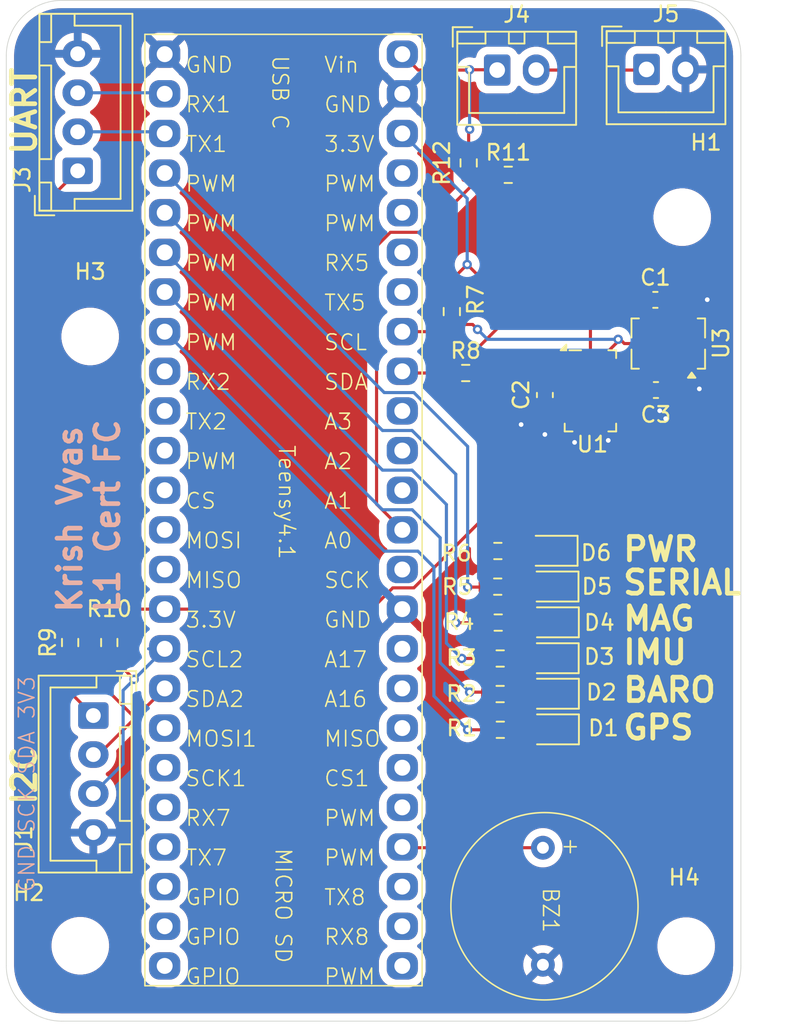
<source format=kicad_pcb>
(kicad_pcb (version 20241229) (generator "pcbnew") (generator_version "9.0")
  (layers (0 "F.Cu" signal) (2 "B.Cu" signal) (13 "F.Paste" user) (15 "B.Paste" user) (5 "F.SilkS" user "F.Silkscreen") (7 "B.SilkS" user "B.Silkscreen") (1 "F.Mask" user) (3 "B.Mask" user) (25 "Edge.Cuts" user))
  (net 0 "")
  (net 1 "GND")
  (net 2 "Net-(BZ1-+)")
  (net 3 "+3V3")
  (net 4 "Net-(D1-A)")
  (net 5 "Net-(D2-A)")
  (net 6 "Net-(D3-A)")
  (net 7 "Net-(D4-A)")
  (net 8 "Net-(D5-A)")
  (net 9 "Net-(D6-A)")
  (net 10 "/SCLK2")
  (net 11 "/SDA2")
  (net 12 "/RX")
  (net 13 "/TX")
  (net 14 "Net-(J4-Pin_2)")
  (net 15 "/VBAT")
  (net 16 "/GPS_LED")
  (net 17 "/BARO_LED")
  (net 18 "/IMU_LED")
  (net 19 "/MAG_LED")
  (net 20 "/SERIAL_LED")
  (net 21 "SCLK")
  (net 22 "SDA")
  (net 43 "unconnected-(Teensy4.1-A16-Pad40)")
  (net 55 "Net-(Teensy4.1-A0)")
  (footprint "Connector_JST:JST_XH_B2B-XH-A_1x02_P2.50mm_Vertical" (layer "F.Cu") (at 149.3412 52.3438)
    (property "Reference" "J4" (at 1.25 -3.55 0) (layer "F.SilkS"))
    (property "Value" "SW")
    (pad "1" thru_hole roundrect (at 0 0) (size 1.7 2) (drill 1) (layers "*.Cu" "*.Mask") (roundrect_rratio 0.147059) (net 15 "/VBAT"))
    (pad "2" thru_hole oval (at 2.5 0) (size 1.7 2) (drill 1) (layers "*.Cu" "*.Mask") (net 14 "Net-(J4-Pin_2)"))
  )
  (footprint "MountingHole:MountingHole_3.2mm_M3" (layer "F.Cu") (at 161.209 61.768)
    (property "Reference" "H1" (at 1.524 -4.785 0) (layer "F.SilkS"))
    (property "Value" "MountingHole")
    (pad "" np_thru_hole circle (at 0 0) (size 3.2 3.2) (drill 3.2) (layers "*.Cu" "*.Mask"))
  )
  (footprint "LED_SMD:LED_0805_2012Metric" (layer "F.Cu") (at 152.8979 94.588 180)
    (property "Reference" "D1" (at -3.256503 0.082154 0) (layer "F.SilkS"))
    (property "Value" "GPS")
    (pad "1" smd roundrect (at -0.9375 0 180) (size 0.975 1.4) (layers "F.Cu" "F.Mask" "F.Paste") (net 1 "GND"))
    (pad "2" smd roundrect (at 0.9375 0 180) (size 0.975 1.4) (layers "F.Cu" "F.Mask" "F.Paste") (net 4 "Net-(D1-A)"))
  )
  (footprint "Resistor_SMD:R_0603_1608Metric" (layer "F.Cu") (at 147.32 71.755)
    (property "Reference" "R8" (at 0 -1.43 0) (layer "F.SilkS"))
    (property "Value" "5k1")
    (pad "1" smd roundrect (at -0.825 0) (size 0.8 0.95) (layers "F.Cu" "F.Mask" "F.Paste") (net 22 "SDA"))
    (pad "2" smd roundrect (at 0.825 0) (size 0.8 0.95) (layers "F.Cu" "F.Mask" "F.Paste") (net 3 "+3V3"))
  )
  (footprint "Connector_JST:JST_XH_B4B-XH-A_1x04_P2.50mm_Vertical" (layer "F.Cu") (at 123.439 93.7029 -90)
    (property "Reference" "J1" (at 7.8971 4.44 90) (layer "F.SilkS"))
    (property "Value" "I2C")
    (pad "1" thru_hole roundrect (at 0 0 270) (size 1.7 1.95) (drill 0.95) (layers "*.Cu" "*.Mask") (roundrect_rratio 0.147059) (net 3 "+3V3"))
    (pad "2" thru_hole oval (at 2.5 0 270) (size 1.7 1.95) (drill 0.95) (layers "*.Cu" "*.Mask") (net 11 "/SDA2"))
    (pad "3" thru_hole oval (at 5 0 270) (size 1.7 1.95) (drill 0.95) (layers "*.Cu" "*.Mask") (net 10 "/SCLK2"))
    (pad "4" thru_hole oval (at 7.5 0 270) (size 1.7 1.95) (drill 0.95) (layers "*.Cu" "*.Mask") (net 1 "GND"))
  )
  (footprint "Resistor_SMD:R_0603_1608Metric" (layer "F.Cu") (at 149.533 90.0468)
    (property "Reference" "R3" (at -2.483071 -0.043694 0) (layer "F.SilkS"))
    (property "Value" "560")
    (pad "1" smd roundrect (at -0.825 0) (size 0.8 0.95) (layers "F.Cu" "F.Mask" "F.Paste") (net 18 "/IMU_LED"))
    (pad "2" smd roundrect (at 0.825 0) (size 0.8 0.95) (layers "F.Cu" "F.Mask" "F.Paste") (net 6 "Net-(D3-A)"))
  )
  (footprint "MountingHole:MountingHole_3.2mm_M3" (layer "F.Cu") (at 123.236 69.413)
    (property "Reference" "H3" (at 0 -4.15 0) (layer "F.SilkS"))
    (property "Value" "MountingHole")
    (pad "" np_thru_hole circle (at 0 0) (size 3.2 3.2) (drill 3.2) (layers "*.Cu" "*.Mask"))
  )
  (footprint "Capacitor_SMD:C_0603_1608Metric" (layer "F.Cu") (at 159.486 67.068)
    (property "Reference" "C1" (at 0 -1.43 0) (layer "F.SilkS"))
    (property "Value" "100 nF")
    (pad "1" smd roundrect (at -0.775 0) (size 0.9 0.95) (layers "F.Cu" "F.Mask" "F.Paste") (net 1 "GND"))
    (pad "2" smd roundrect (at 0.775 0) (size 0.9 0.95) (layers "F.Cu" "F.Mask" "F.Paste") (net 3 "+3V3"))
  )
  (footprint "Resistor_SMD:R_0603_1608Metric" (layer "F.Cu") (at 150.051 59.055)
    (property "Reference" "R11" (at 0 -1.43 0) (layer "F.SilkS"))
    (property "Value" "100k")
    (pad "1" smd roundrect (at -0.825 0) (size 0.8 0.95) (layers "F.Cu" "F.Mask" "F.Paste") (net 55 "Net-(Teensy4.1-A0)"))
    (pad "2" smd roundrect (at 0.825 0) (size 0.8 0.95) (layers "F.Cu" "F.Mask" "F.Paste") (net 1 "GND"))
  )
  (footprint "MountingHole:MountingHole_3.2mm_M3" (layer "F.Cu") (at 122.601 108.453)
    (property "Reference" "H2" (at -3.302 -3.388 0) (layer "F.SilkS"))
    (property "Value" "MountingHole")
    (pad "" np_thru_hole circle (at 0 0) (size 3.2 3.2) (drill 3.2) (layers "*.Cu" "*.Mask"))
  )
  (footprint "Resistor_SMD:R_0603_1608Metric" (layer "F.Cu") (at 149.3842 83.1584)
    (property "Reference" "R6" (at -2.658518 0.149362 0) (layer "F.SilkS"))
    (property "Value" "560")
    (pad "1" smd roundrect (at -0.825 0) (size 0.8 0.95) (layers "F.Cu" "F.Mask" "F.Paste") (net 3 "+3V3"))
    (pad "2" smd roundrect (at 0.825 0) (size 0.8 0.95) (layers "F.Cu" "F.Mask" "F.Paste") (net 9 "Net-(D6-A)"))
  )
  (footprint "MountingHole:MountingHole_3.2mm_M3" (layer "F.Cu") (at 161.463 108.478)
    (property "Reference" "H4" (at -0.127 -4.404 0) (layer "F.SilkS"))
    (property "Value" "MountingHole")
    (pad "" np_thru_hole circle (at 0 0) (size 3.2 3.2) (drill 3.2) (layers "*.Cu" "*.Mask"))
  )
  (footprint "Capacitor_SMD:C_0603_1608Metric" (layer "F.Cu") (at 159.524 72.845)
    (property "Reference" "C3" (at -0.012 1.577 0) (layer "F.SilkS"))
    (property "Value" "100 nF")
    (pad "1" smd roundrect (at -0.775 0) (size 0.9 0.95) (layers "F.Cu" "F.Mask" "F.Paste") (net 3 "+3V3"))
    (pad "2" smd roundrect (at 0.775 0) (size 0.9 0.95) (layers "F.Cu" "F.Mask" "F.Paste") (net 1 "GND"))
  )
  (footprint "LED_SMD:LED_0805_2012Metric" (layer "F.Cu") (at 152.8119 83.1443 180)
    (property "Reference" "D6" (at -2.875503 -0.131846 0) (layer "F.SilkS"))
    (property "Value" "PWR")
    (pad "1" smd roundrect (at -0.9375 0 180) (size 0.975 1.4) (layers "F.Cu" "F.Mask" "F.Paste") (net 1 "GND"))
    (pad "2" smd roundrect (at 0.9375 0 180) (size 0.975 1.4) (layers "F.Cu" "F.Mask" "F.Paste") (net 9 "Net-(D6-A)"))
  )
  (footprint "Teensy:Adafruit_Buzzer" (layer "F.Cu") (at 152.273 106.172 -90)
    (property "Reference" "BZ1" (at 0 -0.5 270) (layer "F.SilkS") (effects (font (thickness 0.1))))
    (property "Value" "Buzzer")
    (fp_text user "+" (at -4.75 -1.25 270) (layer "F.SilkS") (effects (font (thickness 0.1)) (justify left bottom)))
    (pad "1" thru_hole circle (at -4 0 270) (size 1.524 1.524) (drill 0.762) (layers "*.Cu" "*.Mask") (net 2 "Net-(BZ1-+)"))
    (pad "2" thru_hole circle (at 3.5 0 270) (size 1.524 1.524) (drill 0.762) (layers "*.Cu" "*.Mask") (net 1 "GND"))
  )
  (footprint "Capacitor_SMD:C_0603_1608Metric" (layer "F.Cu") (at 152.4 73.165 -90)
    (property "Reference" "C2" (at -0.013 1.524 90) (layer "F.SilkS"))
    (property "Value" "100 nF")
    (pad "1" smd roundrect (at -0.775 0 270) (size 0.9 0.95) (layers "F.Cu" "F.Mask" "F.Paste") (net 3 "+3V3"))
    (pad "2" smd roundrect (at 0.775 0 270) (size 0.9 0.95) (layers "F.Cu" "F.Mask" "F.Paste") (net 1 "GND"))
  )
  (footprint "Resistor_SMD:R_0603_1608Metric" (layer "F.Cu") (at 149.3755 85.4423)
    (property "Reference" "R5" (at -2.606609 0.010755 0) (layer "F.SilkS"))
    (property "Value" "560")
    (pad "1" smd roundrect (at -0.825 0) (size 0.8 0.95) (layers "F.Cu" "F.Mask" "F.Paste") (net 20 "/SERIAL_LED"))
    (pad "2" smd roundrect (at 0.825 0) (size 0.8 0.95) (layers "F.Cu" "F.Mask" "F.Paste") (net 8 "Net-(D5-A)"))
  )
  (footprint "Resistor_SMD:R_0603_1608Metric" (layer "F.Cu") (at 121.95 89.025 90)
    (property "Reference" "R9" (at 0 -1.43 90) (layer "F.SilkS"))
    (property "Value" "5k1")
    (pad "1" smd roundrect (at -0.825 0 90) (size 0.8 0.95) (layers "F.Cu" "F.Mask" "F.Paste") (net 11 "/SDA2"))
    (pad "2" smd roundrect (at 0.825 0 90) (size 0.8 0.95) (layers "F.Cu" "F.Mask" "F.Paste") (net 3 "+3V3"))
  )
  (footprint "Resistor_SMD:R_0603_1608Metric" (layer "F.Cu") (at 149.542 94.615)
    (property "Reference" "R1" (at -2.476 -0.104 0) (layer "F.SilkS"))
    (property "Value" "560")
    (pad "1" smd roundrect (at -0.825 0) (size 0.8 0.95) (layers "F.Cu" "F.Mask" "F.Paste") (net 16 "/GPS_LED"))
    (pad "2" smd roundrect (at 0.825 0) (size 0.8 0.95) (layers "F.Cu" "F.Mask" "F.Paste") (net 4 "Net-(D1-A)"))
  )
  (footprint "Resistor_SMD:R_0603_1608Metric" (layer "F.Cu") (at 149.5303 92.325)
    (property "Reference" "R2" (at -2.481312 -0.018234 0) (layer "F.SilkS"))
    (property "Value" "560")
    (pad "1" smd roundrect (at -0.825 0) (size 0.8 0.95) (layers "F.Cu" "F.Mask" "F.Paste") (net 17 "/BARO_LED"))
    (pad "2" smd roundrect (at 0.825 0) (size 0.8 0.95) (layers "F.Cu" "F.Mask" "F.Paste") (net 5 "Net-(D2-A)"))
  )
  (footprint "Resistor_SMD:R_0603_1608Metric" (layer "F.Cu") (at 149.406 87.7459)
    (property "Reference" "R4" (at -2.505654 -0.046146 0) (layer "F.SilkS"))
    (property "Value" "560")
    (pad "1" smd roundrect (at -0.825 0) (size 0.8 0.95) (layers "F.Cu" "F.Mask" "F.Paste") (net 19 "/MAG_LED"))
    (pad "2" smd roundrect (at 0.825 0) (size 0.8 0.95) (layers "F.Cu" "F.Mask" "F.Paste") (net 7 "Net-(D4-A)"))
  )
  (footprint "Resistor_SMD:R_0603_1608Metric" (layer "F.Cu") (at 124.46 89.025 90)
    (property "Reference" "R10" (at 2.157 0 180) (layer "F.SilkS"))
    (property "Value" "5k1")
    (pad "1" smd roundrect (at -0.825 0 90) (size 0.8 0.95) (layers "F.Cu" "F.Mask" "F.Paste") (net 10 "/SCLK2"))
    (pad "2" smd roundrect (at 0.825 0 90) (size 0.8 0.95) (layers "F.Cu" "F.Mask" "F.Paste") (net 3 "+3V3"))
  )
  (footprint "Teensy:teensy" (layer "F.Cu") (at 135.635 80.535)
    (property "Reference" "Teensy4.1" (at 0.2 -0.5 270) (layer "F.SilkS") (effects (font (thickness 0.1))))
    (property "Value" "~" (hide yes))
    (fp_text user "TX7" (at -6.35 22.86 0) (layer "F.SilkS") (effects (font (thickness 0.1)) (justify left bottom)))
    (fp_text user "MOSI1" (at -6.35 15.24 0) (layer "F.SilkS") (effects (font (thickness 0.1)) (justify left bottom)))
    (fp_text user "SCK1" (at -6.35 17.78 0) (layer "F.SilkS") (effects (font (thickness 0.1)) (justify left bottom)))
    (fp_text user "SCL" (at 2.54 -10.16 0) (layer "F.SilkS") (effects (font (thickness 0.1)) (justify left bottom)))
    (fp_text user "MISO" (at 2.54 15.24 0) (layer "F.SilkS") (effects (font (thickness 0.1)) (justify left bottom)))
    (fp_text user "PWM" (at 2.54 -17.78 0) (layer "F.SilkS") (effects (font (thickness 0.1)) (justify left bottom)))
    (fp_text user "MOSI" (at -6.35 2.54 0) (layer "F.SilkS") (effects (font (thickness 0.1)) (justify left bottom)))
    (fp_text user "3.3V" (at 2.54 -22.86 0) (layer "F.SilkS") (effects (font (thickness 0.1)) (justify left bottom)))
    (fp_text user "CS" (at -6.35 0 0) (layer "F.SilkS") (effects (font (thickness 0.1)) (justify left bottom)))
    (fp_text user "TX5" (at 2.54 -12.7 0) (layer "F.SilkS") (effects (font (thickness 0.1)) (justify left bottom)))
    (fp_text user "TX1" (at -6.35 -22.86 0) (layer "F.SilkS") (effects (font (thickness 0.1)) (justify left bottom)))
    (fp_text user "SCK" (at 2.54 5.08 0) (layer "F.SilkS") (effects (font (thickness 0.1)) (justify left bottom)))
    (fp_text user "CS1" (at 2.54 17.78 0) (layer "F.SilkS") (effects (font (thickness 0.1)) (justify left bottom)))
    (fp_text user "GPIO" (at -6.35 25.4 0) (layer "F.SilkS") (effects (font (thickness 0.1)) (justify left bottom)))
    (fp_text user "A0" (at 2.54 2.54 0) (layer "F.SilkS") (effects (font (thickness 0.1)) (justify left bottom)))
    (fp_text user "SDA" (at 2.54 -7.62 0) (layer "F.SilkS") (effects (font (thickness 0.1)) (justify left bottom)))
    (fp_text user "PWM" (at -6.35 -20.32 0) (layer "F.SilkS") (effects (font (thickness 0.1)) (justify left bottom)))
    (fp_text user "SDA2" (at -6.35 12.7 0) (layer "F.SilkS") (effects (font (thickness 0.1)) (justify left bottom)))
    (fp_text user "RX8" (at 2.54 27.94 0) (layer "F.SilkS") (effects (font (thickness 0.1)) (justify left bottom)))
    (fp_text user "SCL2" (at -6.35 10.16 0) (layer "F.SilkS") (effects (font (thickness 0.1)) (justify left bottom)))
    (fp_text user "A3" (at 2.54 -5.08 0) (layer "F.SilkS") (effects (font (thickness 0.1)) (justify left bottom)))
    (fp_text user "PWM" (at -6.35 -12.7 0) (layer "F.SilkS") (effects (font (thickness 0.1)) (justify left bottom)))
    (fp_text user "PWM" (at 2.54 30.48 0) (layer "F.SilkS") (effects (font (thickness 0.1)) (justify left bottom)))
    (fp_text user "GPIO" (at -6.35 30.48 0) (layer "F.SilkS") (effects (font (thickness 0.1)) (justify left bottom)))
    (fp_text user "A1" (at 2.54 0 0) (layer "F.SilkS") (effects (font (thickness 0.1)) (justify left bottom)))
    (fp_text user "RX1" (at -6.35 -25.4 0) (layer "F.SilkS") (effects (font (thickness 0.1)) (justify left bottom)))
    (fp_text user "PWM" (at -6.35 -10.16 0) (layer "F.SilkS") (effects (font (thickness 0.1)) (justify left bottom)))
    (fp_text user "MICRO SD" (at -0.6 21.59 270) (layer "F.SilkS") (effects (font (thickness 0.1)) (justify left bottom)))
    (fp_text user "GND" (at 2.54 -25.4 0) (layer "F.SilkS") (effects (font (thickness 0.1)) (justify left bottom)))
    (fp_text user "GND" (at 2.54 7.62 0) (layer "F.SilkS") (effects (font (thickness 0.1)) (justify left bottom)))
    (fp_text user "GND" (at -6.35 -27.94 0) (layer "F.SilkS") (effects (font (thickness 0.1)) (justify left bottom)))
    (fp_text user "RX2" (at -6.35 -7.62 0) (layer "F.SilkS") (effects (font (thickness 0.1)) (justify left bottom)))
    (fp_text user "A16" (at 2.54 12.7 0) (layer "F.SilkS") (effects (font (thickness 0.1)) (justify left bottom)))
    (fp_text user "RX7" (at -6.35 20.32 0) (layer "F.SilkS") (effects (font (thickness 0.1)) (justify left bottom)))
    (fp_text user "PWM" (at 2.54 22.86 0) (layer "F.SilkS") (effects (font (thickness 0.1)) (justify left bottom)))
    (fp_text user "Vin" (at 2.54 -27.94 0) (layer "F.SilkS") (effects (font (thickness 0.1)) (justify left bottom)))
    (fp_text user "PWM" (at 2.54 -20.32 0) (layer "F.SilkS") (effects (font (thickness 0.1)) (justify left bottom)))
    (fp_text user "A17" (at 2.54 10.16 0) (layer "F.SilkS") (effects (font (thickness 0.1)) (justify left bottom)))
    (fp_text user "PWM" (at -6.35 -15.24 0) (layer "F.SilkS") (effects (font (thickness 0.1)) (justify left bottom)))
    (fp_text user "GPIO" (at -6.35 27.94 0) (layer "F.SilkS") (effects (font (thickness 0.1)) (justify left bottom)))
    (fp_text user "A2" (at 2.54 -2.54 0) (layer "F.SilkS") (effects (font (thickness 0.1)) (justify left bottom)))
    (fp_text user "PWM" (at -6.35 -2.54 0) (layer "F.SilkS") (effects (font (thickness 0.1)) (justify left bottom)))
    (fp_text user "TX8" (at 2.54 25.4 0) (layer "F.SilkS") (effects (font (thickness 0.1)) (justify left bottom)))
    (fp_text user "PWM" (at 2.54 20.32 0) (layer "F.SilkS") (effects (font (thickness 0.1)) (justify left bottom)))
    (fp_text user "USB C" (at -0.8 -29.2 270) (layer "F.SilkS") (effects (font (thickness 0.1)) (justify left bottom)))
    (fp_text user "PWM" (at -6.35 -17.78 0) (layer "F.SilkS") (effects (font (thickness 0.1)) (justify left bottom)))
    (fp_text user "RX5" (at 2.54 -15.24 0) (layer "F.SilkS") (effects (font (thickness 0.1)) (justify left bottom)))
    (fp_text user "TX2" (at -6.35 -5.08 0) (layer "F.SilkS") (effects (font (thickness 0.1)) (justify left bottom)))
    (fp_text user "MISO" (at -6.35 5.08 0) (layer "F.SilkS") (effects (font (thickness 0.1)) (justify left bottom)))
    (fp_text user "3.3V" (at -6.35 7.62 0) (layer "F.SilkS") (effects (font (thickness 0.1)) (justify left bottom)))
    (pad "0" thru_hole roundrect (at -7.62 -26.67) (size 2 1.75) (drill 1.02) (layers "*.Cu" "*.Mask") (roundrect_rratio 0.375) (net 12 "/RX"))
    (pad "1" thru_hole roundrect (at -7.62 -24.13) (size 2 1.75) (drill 1.02) (layers "*.Cu" "*.Mask") (roundrect_rratio 0.375) (net 13 "/TX"))
    (pad "2" thru_hole roundrect (at -7.62 -21.59) (size 2 1.75) (drill 1.02) (layers "*.Cu" "*.Mask") (roundrect_rratio 0.375) (net 20 "/SERIAL_LED"))
    (pad "3" thru_hole roundrect (at -7.62 -19.05) (size 2 1.75) (drill 1.02) (layers "*.Cu" "*.Mask") (roundrect_rratio 0.375) (net 19 "/MAG_LED"))
    (pad "3V" thru_hole roundrect (at -7.62 6.35) (size 2 1.75) (drill 1.02) (layers "*.Cu" "*.Mask") (roundrect_rratio 0.375) (net 3 "+3V3"))
    (pad "3V1" thru_hole roundrect (at 7.62 -24.13) (size 2 1.75) (drill 1.02) (layers "*.Cu" "*.Mask") (roundrect_rratio 0.375) (net 3 "+3V3"))
    (pad "4" thru_hole roundrect (at -7.62 -16.51) (size 2 1.75) (drill 1.02) (layers "*.Cu" "*.Mask") (roundrect_rratio 0.375) (net 18 "/IMU_LED"))
    (pad "5" thru_hole roundrect (at -7.62 -13.97) (size 2 1.75) (drill 1.02) (layers "*.Cu" "*.Mask") (roundrect_rratio 0.375) (net 17 "/BARO_LED"))
    (pad "5V" thru_hole roundrect (at 7.62 -29.21) (size 2 1.75) (drill 1.02) (layers "*.Cu" "*.Mask") (roundrect_rratio 0.375) (net 15 "/VBAT"))
    (pad "6" thru_hole roundrect (at -7.62 -11.43) (size 2 1.75) (drill 1.02) (layers "*.Cu" "*.Mask") (roundrect_rratio 0.375) (net 16 "/GPS_LED"))
    (pad "7" thru_hole roundrect (at -7.62 -8.89) (size 2 1.75) (drill 1.02) (layers "*.Cu" "*.Mask") (roundrect_rratio 0.375))
    (pad "8" thru_hole roundrect (at -7.62 -6.35) (size 2 1.75) (drill 1.02) (layers "*.Cu" "*.Mask") (roundrect_rratio 0.375))
    (pad "9" thru_hole roundrect (at -7.62 -3.81) (size 2 1.75) (drill 1.02) (layers "*.Cu" "*.Mask") (roundrect_rratio 0.375))
    (pad "10" thru_hole roundrect (at -7.62 -1.27) (size 2 1.75) (drill 1.02) (layers "*.Cu" "*.Mask") (roundrect_rratio 0.375))
    (pad "11" thru_hole roundrect (at -7.62 1.27) (size 2 1.75) (drill 1.02) (layers "*.Cu" "*.Mask") (roundrect_rratio 0.375))
    (pad "12" thru_hole roundrect (at -7.62 3.81) (size 2 1.75) (drill 1.02) (layers "*.Cu" "*.Mask") (roundrect_rratio 0.375))
    (pad "13" thru_hole roundrect (at 7.62 3.81) (size 2 1.75) (drill 1.02) (layers "*.Cu" "*.Mask") (roundrect_rratio 0.375))
    (pad "14" thru_hole roundrect (at 7.62 1.27) (size 2 1.75) (drill 1.02) (layers "*.Cu" "*.Mask") (roundrect_rratio 0.375) (net 55 "Net-(Teensy4.1-A0)"))
    (pad "15" thru_hole roundrect (at 7.62 -1.27) (size 2 1.75) (drill 1.02) (layers "*.Cu" "*.Mask") (roundrect_rratio 0.375))
    (pad "16" thru_hole roundrect (at 7.62 -3.81) (size 2 1.75) (drill 1.02) (layers "*.Cu" "*.Mask") (roundrect_rratio 0.375))
    (pad "17" thru_hole roundrect (at 7.62 -6.35) (size 2 1.75) (drill 1.02) (layers "*.Cu" "*.Mask") (roundrect_rratio 0.375))
    (pad "18" thru_hole roundrect (at 7.62 -8.89) (size 2 1.75) (drill 1.02) (layers "*.Cu" "*.Mask") (roundrect_rratio 0.375) (net 22 "SDA"))
    (pad "19" thru_hole roundrect (at 7.62 -11.43) (size 2 1.75) (drill 1.02) (layers "*.Cu" "*.Mask") (roundrect_rratio 0.375) (net 21 "SCLK"))
    (pad "20" thru_hole roundrect (at 7.62 -13.97) (size 2 1.75) (drill 1.02) (layers "*.Cu" "*.Mask") (roundrect_rratio 0.375))
    (pad "21" thru_hole roundrect (at 7.62 -16.51) (size 2 1.75) (drill 1.02) (layers "*.Cu" "*.Mask") (roundrect_rratio 0.375))
    (pad "22" thru_hole roundrect (at 7.62 -19.05) (size 2 1.75) (drill 1.02) (layers "*.Cu" "*.Mask") (roundrect_rratio 0.375))
    (pad "23" thru_hole roundrect (at 7.62 -21.59) (size 2 1.75) (drill 1.02) (layers "*.Cu" "*.Mask") (roundrect_rratio 0.375))
    (pad "24" thru_hole roundrect (at -7.62 8.89) (size 2 1.75) (drill 1.02) (layers "*.Cu" "*.Mask") (roundrect_rratio 0.375) (net 10 "/SCLK2"))
    (pad "25" thru_hole roundrect (at -7.62 11.43) (size 2 1.75) (drill 1.02) (layers "*.Cu" "*.Mask") (roundrect_rratio 0.375) (net 11 "/SDA2"))
    (pad "26" thru_hole roundrect (at -7.62 13.97) (size 2 1.75) (drill 1.02) (layers "*.Cu" "*.Mask") (roundrect_rratio 0.375))
    (pad "27" thru_hole roundrect (at -7.62 16.51) (size 2 1.75) (drill 1.02) (layers "*.Cu" "*.Mask") (roundrect_rratio 0.375))
    (pad "28" thru_hole roundrect (at -7.62 19.05) (size 2 1.75) (drill 1.02) (layers "*.Cu" "*.Mask") (roundrect_rratio 0.375))
    (pad "29" thru_hole roundrect (at -7.62 21.59) (size 2 1.75) (drill 1.02) (layers "*.Cu" "*.Mask") (roundrect_rratio 0.375))
    (pad "30" thru_hole roundrect (at -7.62 24.13) (size 2 1.75) (drill 1.02) (layers "*.Cu" "*.Mask") (roundrect_rratio 0.375))
    (pad "31" thru_hole roundrect (at -7.62 26.67) (size 2 1.75) (drill 1.02) (layers "*.Cu" "*.Mask") (roundrect_rratio 0.375))
    (pad "32" thru_hole roundrect (at -7.62 29.21) (size 2 1.75) (drill 1.02) (layers "*.Cu" "*.Mask") (roundrect_rratio 0.375))
    (pad "33" thru_hole roundrect (at 7.62 29.21) (size 2 1.75) (drill 1.02) (layers "*.Cu" "*.Mask") (roundrect_rratio 0.375))
    (pad "34" thru_hole roundrect (at 7.62 26.67) (size 2 1.75) (drill 1.02) (layers "*.Cu" "*.Mask") (roundrect_rratio 0.375))
    (pad "35" thru_hole roundrect (at 7.62 24.13) (size 2 1.75) (drill 1.02) (layers "*.Cu" "*.Mask") (roundrect_rratio 0.375))
    (pad "36" thru_hole roundrect (at 7.62 21.59) (size 2 1.75) (drill 1.02) (layers "*.Cu" "*.Mask") (roundrect_rratio 0.375) (net 2 "Net-(BZ1-+)"))
    (pad "37" thru_hole roundrect (at 7.62 19.05) (size 2 1.75) (drill 1.02) (layers "*.Cu" "*.Mask") (roundrect_rratio 0.375))
    (pad "38" thru_hole roundrect (at 7.62 16.51) (size 2 1.75) (drill 1.02) (layers "*.Cu" "*.Mask") (roundrect_rratio 0.375))
    (pad "39" thru_hole roundrect (at 7.62 13.97) (size 2 1.75) (drill 1.02) (layers "*.Cu" "*.Mask") (roundrect_rratio 0.375))
    (pad "40" thru_hole roundrect (at 7.62 11.43) (size 2 1.75) (drill 1.02) (layers "*.Cu" "*.Mask") (roundrect_rratio 0.375) (net 43 "unconnected-(Teensy4.1-A16-Pad40)"))
    (pad "41" thru_hole roundrect (at 7.62 8.89) (size 2 1.75) (drill 1.02) (layers "*.Cu" "*.Mask") (roundrect_rratio 0.375))
    (pad "G" thru_hole roundrect (at -7.62 -29.21) (size 2 1.75) (drill 1.02) (layers "*.Cu" "*.Mask") (roundrect_rratio 0.375) (net 1 "GND"))
    (pad "G1" thru_hole roundrect (at 7.62 -26.67) (size 2 1.75) (drill 1.02) (layers "*.Cu" "*.Mask") (roundrect_rratio 0.375) (net 1 "GND"))
    (pad "G2" thru_hole roundrect (at 7.62 6.35) (size 2 1.75) (drill 1.02) (layers "*.Cu" "*.Mask") (roundrect_rratio 0.375) (net 1 "GND"))
  )
  (footprint "LED_SMD:LED_0805_2012Metric" (layer "F.Cu") (at 152.8918 87.7295 180)
    (property "Reference" "D4" (at -3.002503 -0.020846 0) (layer "F.SilkS"))
    (property "Value" "MAG")
    (pad "1" smd roundrect (at -0.9375 0 180) (size 0.975 1.4) (layers "F.Cu" "F.Mask" "F.Paste") (net 1 "GND"))
    (pad "2" smd roundrect (at 0.9375 0 180) (size 0.975 1.4) (layers "F.Cu" "F.Mask" "F.Paste") (net 7 "Net-(D4-A)"))
  )
  (footprint "Connector_JST:JST_XH_B4B-XH-A_1x04_P2.50mm_Vertical" (layer "F.Cu") (at 122.436 58.799 90)
    (property "Reference" "J3" (at -0.568 -3.55 90) (layer "F.SilkS"))
    (property "Value" "UART")
    (pad "1" thru_hole roundrect (at 0 0 90) (size 1.7 1.95) (drill 0.95) (layers "*.Cu" "*.Mask") (roundrect_rratio 0.147059) (net 3 "+3V3"))
    (pad "2" thru_hole oval (at 2.5 0 90) (size 1.7 1.95) (drill 0.95) (layers "*.Cu" "*.Mask") (net 13 "/TX"))
    (pad "3" thru_hole oval (at 5 0 90) (size 1.7 1.95) (drill 0.95) (layers "*.Cu" "*.Mask") (net 12 "/RX"))
    (pad "4" thru_hole oval (at 7.5 0 90) (size 1.7 1.95) (drill 0.95) (layers "*.Cu" "*.Mask") (net 1 "GND"))
  )
  (footprint "LED_SMD:LED_0805_2012Metric" (layer "F.Cu") (at 152.8831 90.0293 180)
    (property "Reference" "D3" (at -3.002503 0.098154 0) (layer "F.SilkS"))
    (property "Value" "IMU")
    (pad "1" smd roundrect (at -0.9375 0 180) (size 0.975 1.4) (layers "F.Cu" "F.Mask" "F.Paste") (net 1 "GND"))
    (pad "2" smd roundrect (at 0.9375 0 180) (size 0.975 1.4) (layers "F.Cu" "F.Mask" "F.Paste") (net 6 "Net-(D3-A)"))
  )
  (footprint "Package_LGA:LGA-8_3x5mm_P1.25mm" (layer "F.Cu") (at 155.321 72.898)
    (property "Reference" "U1" (at 0.127 3.429 180) (layer "F.SilkS"))
    (property "Value" "MS5611-01BA")
    (pad "1" smd rect (at -1.075 -1.875) (size 0.95 0.55) (layers "F.Cu" "F.Mask" "F.Paste") (net 3 "+3V3"))
    (pad "2" smd rect (at -1.075 -0.625) (size 0.95 0.55) (layers "F.Cu" "F.Mask" "F.Paste") (net 3 "+3V3"))
    (pad "3" smd rect (at -1.075 0.625) (size 0.95 0.55) (layers "F.Cu" "F.Mask" "F.Paste") (net 1 "GND"))
    (pad "4" smd rect (at -1.075 1.875) (size 0.95 0.55) (layers "F.Cu" "F.Mask" "F.Paste") (net 1 "GND"))
    (pad "5" smd rect (at 1.075 1.875) (size 0.95 0.55) (layers "F.Cu" "F.Mask" "F.Paste") (net 1 "GND"))
    (pad "6" smd rect (at 1.075 0.625) (size 0.95 0.55) (layers "F.Cu" "F.Mask" "F.Paste"))
    (pad "7" smd rect (at 1.075 -0.625) (size 0.95 0.55) (layers "F.Cu" "F.Mask" "F.Paste") (net 22 "SDA"))
    (pad "8" smd rect (at 1.075 -1.875) (size 0.95 0.55) (layers "F.Cu" "F.Mask" "F.Paste") (net 21 "SCLK"))
  )
  (footprint "LED_SMD:LED_0805_2012Metric" (layer "F.Cu") (at 152.8949 92.3043 180)
    (property "Reference" "D2" (at -3.129503 0.090154 0) (layer "F.SilkS"))
    (property "Value" "BARO")
    (pad "1" smd roundrect (at -0.9375 0 180) (size 0.975 1.4) (layers "F.Cu" "F.Mask" "F.Paste") (net 1 "GND"))
    (pad "2" smd roundrect (at 0.9375 0 180) (size 0.975 1.4) (layers "F.Cu" "F.Mask" "F.Paste") (net 5 "Net-(D2-A)"))
  )
  (footprint "Package_LGA:Bosch_LGA-16_4.5x3mm_P0.5mm_LayoutBorder7x1y_ClockwisePinNumbering" (layer "F.Cu") (at 160.314 69.8675 180)
    (property "Reference" "U3" (at -3.389 0.0175 90) (layer "F.SilkS"))
    (property "Value" "BMI088")
    (pad "1" smd roundrect (at -1.5 -1.2625 180) (size 0.25 0.675) (layers "F.Cu" "F.Mask" "F.Paste"))
    (pad "2" smd roundrect (at -1 -1.2625 180) (size 0.25 0.675) (layers "F.Cu" "F.Mask" "F.Paste") (net 1 "GND"))
    (pad "3" smd roundrect (at -0.5 -1.2625 180) (size 0.25 0.675) (layers "F.Cu" "F.Mask" "F.Paste") (net 3 "+3V3"))
    (pad "4" smd roundrect (at 0 -1.2625 180) (size 0.25 0.675) (layers "F.Cu" "F.Mask" "F.Paste") (net 1 "GND"))
    (pad "5" smd roundrect (at 0.5 -1.2625 180) (size 0.25 0.675) (layers "F.Cu" "F.Mask" "F.Paste"))
    (pad "6" smd roundrect (at 1 -1.2625 180) (size 0.25 0.675) (layers "F.Cu" "F.Mask" "F.Paste") (net 1 "GND"))
    (pad "7" smd roundrect (at 1.5 -1.2625 180) (size 0.25 0.675) (layers "F.Cu" "F.Mask" "F.Paste") (net 3 "+3V3"))
    (pad "8" smd roundrect (at 2.0125 0 180) (size 0.675 0.25) (layers "F.Cu" "F.Mask" "F.Paste") (net 21 "SCLK"))
    (pad "9" smd roundrect (at 1.5 1.2625 180) (size 0.25 0.675) (layers "F.Cu" "F.Mask" "F.Paste") (net 22 "SDA"))
    (pad "10" smd roundrect (at 1 1.2625 180) (size 0.25 0.675) (layers "F.Cu" "F.Mask" "F.Paste") (net 1 "GND"))
    (pad "11" smd roundrect (at 0.5 1.2625 180) (size 0.25 0.675) (layers "F.Cu" "F.Mask" "F.Paste") (net 3 "+3V3"))
    (pad "12" smd roundrect (at 0 1.2625 180) (size 0.25 0.675) (layers "F.Cu" "F.Mask" "F.Paste"))
    (pad "13" smd roundrect (at -0.5 1.2625 180) (size 0.25 0.675) (layers "F.Cu" "F.Mask" "F.Paste"))
    (pad "14" smd roundrect (at -1 1.2625 180) (size 0.25 0.675) (layers "F.Cu" "F.Mask" "F.Paste"))
    (pad "15" smd roundrect (at -1.5 1.2625 180) (size 0.25 0.675) (layers "F.Cu" "F.Mask" "F.Paste") (net 1 "GND"))
    (pad "16" smd roundrect (at -2.0125 0 180) (size 0.675 0.25) (layers "F.Cu" "F.Mask" "F.Paste"))
    (zone (net 0) (net_name "") (layer "F.Cu") (name "Keepout") (connect_pads (clearance 0)) (min_thickness 0.25)
      (keepout (tracks not_allowed) (vias not_allowed) (pads allowed) (copperpour not_allowed) (footprints allowed))
      (fill (thermal_gap 0.5) (thermal_bridge_width 0.5))
      (polygon (pts (xy 161.989 70.7925) (xy 158.639 70.7925) (xy 158.639 68.9425) (xy 161.989 68.9425)))
    )
  )
  (footprint "LED_SMD:LED_0805_2012Metric" (layer "F.Cu") (at 152.8701 85.4349 180)
    (property "Reference" "D5" (at -2.869117 -0.001511 0) (layer "F.SilkS"))
    (property "Value" "SRL")
    (pad "1" smd roundrect (at -0.9375 0 180) (size 0.975 1.4) (layers "F.Cu" "F.Mask" "F.Paste") (net 1 "GND"))
    (pad "2" smd roundrect (at 0.9375 0 180) (size 0.975 1.4) (layers "F.Cu" "F.Mask" "F.Paste") (net 8 "Net-(D5-A)"))
  )
  (footprint "Resistor_SMD:R_0603_1608Metric" (layer "F.Cu") (at 146.431 67.818 90)
    (property "Reference" "R7" (at 0.762 1.524 90) (layer "F.SilkS"))
    (property "Value" "5k1")
    (pad "1" smd roundrect (at -0.825 0 90) (size 0.8 0.95) (layers "F.Cu" "F.Mask" "F.Paste") (net 21 "SCLK"))
    (pad "2" smd roundrect (at 0.825 0 90) (size 0.8 0.95) (layers "F.Cu" "F.Mask" "F.Paste") (net 3 "+3V3"))
  )
  (footprint "Connector_JST:JST_XH_B2B-XH-A_1x02_P2.50mm_Vertical" (layer "F.Cu") (at 158.9187 52.3024)
    (property "Reference" "J5" (at 1.25 -3.55 0) (layer "F.SilkS"))
    (property "Value" "BAT")
    (pad "1" thru_hole roundrect (at 0 0) (size 1.7 2) (drill 1) (layers "*.Cu" "*.Mask") (roundrect_rratio 0.147059) (net 14 "Net-(J4-Pin_2)"))
    (pad "2" thru_hole oval (at 2.5 0) (size 1.7 2) (drill 1) (layers "*.Cu" "*.Mask") (net 1 "GND"))
  )
  (footprint "Resistor_SMD:R_0603_1608Metric" (layer "F.Cu") (at 147.511 58.293 90)
    (property "Reference" "R12" (at 0 -1.715 90) (layer "F.SilkS"))
    (property "Value" "78k7")
    (pad "1" smd roundrect (at -0.825 0 90) (size 0.8 0.95) (layers "F.Cu" "F.Mask" "F.Paste") (net 55 "Net-(Teensy4.1-A0)"))
    (pad "2" smd roundrect (at 0.825 0 90) (size 0.8 0.95) (layers "F.Cu" "F.Mask" "F.Paste") (net 15 "/VBAT"))
  )
  (gr_line (start 161.417 113.284) (end 121.412 113.284) (stroke (width 0.05)) (layer "Edge.Cuts"))
  (gr_arc (start 121.412 113.284) (mid 118.897528 112.242472) (end 117.856 109.728) (stroke (width 0.05)) (layer "Edge.Cuts"))
  (gr_arc (start 117.856 51.435) (mid 118.897528 48.920528) (end 121.412 47.879) (stroke (width 0.05)) (layer "Edge.Cuts"))
  (gr_line (start 164.973 51.435) (end 164.973 109.728) (stroke (width 0.05)) (layer "Edge.Cuts"))
  (gr_line (start 121.412 47.879) (end 161.417 47.879) (stroke (width 0.05)) (layer "Edge.Cuts"))
  (gr_line (start 117.856 109.728) (end 117.856 51.435) (stroke (width 0.05)) (layer "Edge.Cuts"))
  (gr_arc (start 164.973 109.728) (mid 163.931472 112.242472) (end 161.417 113.284) (stroke (width 0.05)) (layer "Edge.Cuts"))
  (gr_arc (start 161.417 47.879) (mid 163.931472 48.920528) (end 164.973 51.435) (stroke (width 0.05)) (layer "Edge.Cuts"))
  (gr_text "PWR" (at 157.2696 83.9237 0) (layer "F.SilkS") (effects (font (size 1.5 1.5) (thickness 0.3) (bold yes)) (justify left bottom)))
  (gr_text "UART" (at 119.888 57.912 90) (layer "F.SilkS") (effects (font (size 1.5 1.5) (thickness 0.3) (bold yes)) (justify left bottom)))
  (gr_text "MAG" (at 157.2696 88.3687 0) (layer "F.SilkS") (effects (font (size 1.5 1.5) (thickness 0.3) (bold yes)) (justify left bottom)))
  (gr_text "SERIAL" (at 157.264545 86.064451 0) (layer "F.SilkS") (effects (font (size 1.5 1.5) (thickness 0.3) (bold yes)) (justify left bottom)))
  (gr_text "BARO" (at 157.2696 92.9407 0) (layer "F.SilkS") (effects (font (size 1.5 1.5) (thickness 0.3) (bold yes)) (justify left bottom)))
  (gr_text "IMU" (at 157.2696 90.5277 0) (layer "F.SilkS") (effects (font (size 1.5 1.5) (thickness 0.3) (bold yes)) (justify left bottom)))
  (gr_text "GPS\n" (at 157.2696 95.3537 0) (layer "F.SilkS") (effects (font (size 1.5 1.5) (thickness 0.3) (bold yes)) (justify left bottom)))
  (gr_text "I2C\n" (at 119.888 99.568 90) (layer "F.SilkS") (effects (font (size 1.5 1.5) (thickness 0.3) (bold yes)) (justify left bottom)))
  (gr_text "Krish Vyas\nL1 Cert FC" (at 125.222 87.249 90) (layer "B.SilkS") (effects (font (size 1.5 1.5) (thickness 0.3) (bold yes)) (justify left bottom)))
  (gr_text "GND SCK SDA 3V3\n" (at 119.755976 105.092886 90) (layer "B.SilkS") (effects (font (size 1 1) (thickness 0.1)) (justify left bottom)))
  (segment (start 160.314 72.83) (end 160.299 72.845) (width 0.2) (layer "F.Cu") (net 1))
  (segment (start 161.814 68.605) (end 163.17 68.605) (width 0.2) (layer "F.Cu") (net 1))
  (segment (start 161.314 71.779) (end 162.306 72.771) (width 0.2) (layer "F.Cu") (net 1))
  (segment (start 161.314 71.13) (end 161.314 71.779) (width 0.2) (layer "F.Cu") (net 1))
  (segment (start 127.989 51.299) (end 128.015 51.325) (width 0.2) (layer "F.Cu") (net 1))
  (segment (start 161.814 68.056) (end 162.814 67.056) (width 0.2) (layer "F.Cu") (net 1))
  (segment (start 161.814 68.605) (end 161.814 68.056) (width 0.2) (layer "F.Cu") (net 1))
  (segment (start 159.314 68.605) (end 159.314 67.671) (width 0.2) (layer "F.Cu") (net 1))
  (segment (start 160.314 71.13) (end 160.314 72.83) (width 0.2) (layer "F.Cu") (net 1))
  (segment (start 159.314 71.86) (end 160.299 72.845) (width 0.2) (layer "F.Cu") (net 1))
  (segment (start 159.314 71.13) (end 159.314 71.86) (width 0.2) (layer "F.Cu") (net 1))
  (segment (start 159.314 67.671) (end 158.711 67.068) (width 0.2) (layer "F.Cu") (net 1))
  (via (at 156.464 76.073) (size 0.6) (drill 0.3) (layers "F.Cu" "B.Cu") (net 1))
  (via (at 154.305 76.2) (size 0.6) (drill 0.3) (layers "F.Cu" "B.Cu") (net 1))
  (via (at 152.4 75.692) (size 0.6) (drill 0.3) (layers "F.Cu" "B.Cu") (net 1))
  (via (at 150.876 75.057) (size 0.6) (drill 0.3) (layers "F.Cu" "B.Cu") (net 1))
  (via (at 162.814 67.056) (size 0.6) (drill 0.3) (layers "F.Cu" "B.Cu") (net 1))
  (via (at 160.147 74.676) (size 0.6) (drill 0.3) (layers "F.Cu" "B.Cu") (net 1))
  (via (at 162.306 72.771) (size 0.6) (drill 0.3) (layers "F.Cu" "B.Cu") (net 1))
  (via (at 159.766 74.168) (size 0.6) (drill 0.3) (layers "F.Cu" "B.Cu") (net 1))
  (segment (start 152.273 102.172) (end 143.302 102.172) (width 0.2) (layer "F.Cu") (net 2))
  (segment (start 143.302 102.172) (end 143.255 102.125) (width 0.2) (layer "F.Cu") (net 2))
  (segment (start 122.436 58.799) (end 120.482 60.753) (width 0.2) (layer "F.Cu") (net 3))
  (segment (start 148.971 75.311) (end 151.892 72.39) (width 0.2) (layer "F.Cu") (net 3))
  (segment (start 148.5592 80.957058) (end 148.971 80.545258) (width 0.2) (layer "F.Cu") (net 3))
  (segment (start 160.814 71.13) (end 160.814 72.13489) (width 0.2) (layer "F.Cu") (net 3))
  (segment (start 122.047 86.885) (end 121.95 86.982) (width 0.2) (layer "F.Cu") (net 3))
  (segment (start 124.46 86.885) (end 122.047 86.885) (width 0.2) (layer "F.Cu") (net 3))
  (segment (start 152.4 72.39) (end 154.129 72.39) (width 0.2) (layer "F.Cu") (net 3))
  (segment (start 148.145 74.485) (end 148.971 75.311) (width 0.2) (layer "F.Cu") (net 3))
  (segment (start 161.05 72.37089) (end 161.05 74.916) (width 0.2) (layer "F.Cu") (net 3))
  (segment (start 157.099 77.216) (end 154.559 77.216) (width 0.2) (layer "F.Cu") (net 3))
  (segment (start 158.749 75.566) (end 157.099 77.216) (width 0.2) (layer "F.Cu") (net 3))
  (segment (start 160.814 72.13489) (end 161.05 72.37089) (width 0.2) (layer "F.Cu") (net 3))
  (segment (start 161.05 74.916) (end 160.4 75.566) (width 0.2) (layer "F.Cu") (net 3))
  (segment (start 150.876 77.216) (end 148.971 75.311) (width 0.2) (layer "F.Cu") (net 3))
  (segment (start 158.7758 65.5828) (end 160.261 67.068) (width 0.2) (layer "F.Cu") (net 3))
  (segment (start 158.814 71.13) (end 158.814 71.4833) (width 0.2) (layer "F.Cu") (net 3))
  (segment (start 124.505 88.155) (end 124.46 88.2) (width 0.2) (layer "F.Cu") (net 3))
  (segment (start 120.482 86.868) (end 120.482 90.7459) (width 0.2) (layer "F.Cu") (net 3))
  (segment (start 141.2821 86.885) (end 128.015 86.885) (width 0.2) (layer "F.Cu") (net 3))
  (segment (start 159.814 67.515) (end 159.814 68.605) (width 0.2) (layer "F.Cu") (net 3))
  (segment (start 158.814 71.4833) (end 158.814 71.13) (width 0.2) (layer "F.Cu") (net 3))
  (segment (start 154.129 72.39) (end 154.246 72.273) (width 0.2) (layer "F.Cu") (net 3))
  (segment (start 154.559 77.216) (end 150.876 77.216) (width 0.2) (layer "F.Cu") (net 3))
  (segment (start 160.261 67.068) (end 159.814 67.515) (width 0.2) (layer "F.Cu") (net 3))
  (segment (start 128.015 86.885) (end 124.46 86.885) (width 0.2) (layer "F.Cu") (net 3))
  (segment (start 124.46 88.2) (end 124.46 86.885) (width 0.2) (layer "F.Cu") (net 3))
  (segment (start 158.814 71.4833) (end 158.814 72.78) (width 0.2) (layer "F.Cu") (net 3))
  (segment (start 147.416 64.801) (end 148.1978 65.5828) (width 0.2) (layer "F.Cu") (net 3))
  (segment (start 142.6461 85.521) (end 143.995258 85.521) (width 0.2) (layer "F.Cu") (net 3))
  (segment (start 148.971 80.545258) (end 148.971 75.311) (width 0.2) (layer "F.Cu") (net 3))
  (segment (start 122.047 86.885) (end 120.499 86.885) (width 0.2) (layer "F.Cu") (net 3))
  (segment (start 121.95 86.982) (end 121.95 88.2) (width 0.2) (layer "F.Cu") (net 3))
  (segment (start 158.749 72.845) (end 158.749 75.566) (width 0.2) (layer "F.Cu") (net 3))
  (segment (start 146.431 66.993) (end 146.431 65.786) (width 0.2) (layer "F.Cu") (net 3))
  (segment (start 148.5592 83.1584) (end 148.5592 80.957058) (width 0.2) (layer "F.Cu") (net 3))
  (segment (start 120.499 86.885) (end 120.482 86.868) (width 0.2) (layer "F.Cu") (net 3))
  (segment (start 143.995258 85.521) (end 148.5592 80.957058) (width 0.2) (layer "F.Cu") (net 3))
  (segment (start 160.4 75.566) (end 158.749 75.566) (width 0.2) (layer "F.Cu") (net 3))
  (segment (start 158.814 72.78) (end 158.749 72.845) (width 0.2) (layer "F.Cu") (net 3))
  (segment (start 146.431 65.786) (end 147.416 64.801) (width 0.2) (layer "F.Cu") (net 3))
  (segment (start 148.145 71.755) (end 148.145 74.485) (width 0.2) (layer "F.Cu") (net 3))
  (segment (start 142.6461 85.521) (end 141.2821 86.885) (width 0.2) (layer "F.Cu") (net 3))
  (segment (start 154.246 71.023) (end 154.246 72.273) (width 0.2) (layer "F.Cu") (net 3))
  (segment (start 120.482 60.753) (end 120.482 86.868) (width 0.2) (layer "F.Cu") (net 3))
  (segment (start 148.1978 65.5828) (end 158.7758 65.5828) (width 0.2) (layer "F.Cu") (net 3))
  (segment (start 120.482 90.7459) (end 123.439 93.7029) (width 0.2) (layer "F.Cu") (net 3))
  (segment (start 151.892 72.39) (end 152.4 72.39) (width 0.2) (layer "F.Cu") (net 3))
  (via (at 147.416 64.801) (size 0.6) (drill 0.3) (layers "F.Cu" "B.Cu") (net 3))
  (segment (start 147.416 60.566) (end 147.416 64.801) (width 0.2) (layer "B.Cu") (net 3))
  (segment (start 143.255 56.405) (end 147.416 60.566) (width 0.2) (layer "B.Cu") (net 3))
  (segment (start 151.9336 94.615) (end 151.9606 94.588) (width 0.2) (layer "F.Cu") (net 4))
  (segment (start 150.3666 94.615) (end 150.367 94.615) (width 0.2) (layer "F.Cu") (net 4))
  (segment (start 150.367 94.615) (end 151.9336 94.615) (width 0.2) (layer "F.Cu") (net 4))
  (segment (start 151.9366 92.325) (end 151.9576 92.3043) (width 0.2) (layer "F.Cu") (net 5))
  (segment (start 150.3556 92.325) (end 151.9366 92.325) (width 0.2) (layer "F.Cu") (net 5))
  (segment (start 151.9276 90.0468) (end 151.9456 90.0293) (width 0.2) (layer "F.Cu") (net 6))
  (segment (start 150.3576 90.0468) (end 150.358 90.0468) (width 0.2) (layer "F.Cu") (net 6))
  (segment (start 150.358 90.0468) (end 151.9276 90.0468) (width 0.2) (layer "F.Cu") (net 6))
  (segment (start 150.2306 87.7459) (end 150.231 87.7459) (width 0.2) (layer "F.Cu") (net 7))
  (segment (start 151.9376 87.7459) (end 151.9544 87.7296) (width 0.2) (layer "F.Cu") (net 7))
  (segment (start 151.9543 87.7295) (end 151.9544 87.7296) (width 0.2) (layer "F.Cu") (net 7))
  (segment (start 150.231 87.7459) (end 151.9376 87.7459) (width 0.2) (layer "F.Cu") (net 7))
  (segment (start 151.9544 87.7296) (end 151.9546 87.7295) (width 0.2) (layer "F.Cu") (net 7))
  (segment (start 150.2006 85.4423) (end 151.9256 85.4423) (width 0.2) (layer "F.Cu") (net 8))
  (segment (start 151.9256 85.4423) (end 151.9326 85.4349) (width 0.2) (layer "F.Cu") (net 8))
  (segment (start 151.8606 83.1584) (end 151.8746 83.1443) (width 0.2) (layer "F.Cu") (net 9))
  (segment (start 150.2096 83.1584) (end 151.8606 83.1584) (width 0.2) (layer "F.Cu") (net 9))
  (segment (start 124.521 89.85) (end 126.0555 91.3845) (width 0.2) (layer "F.Cu") (net 10))
  (segment (start 124.46 89.85) (end 124.521 89.85) (width 0.2) (layer "F.Cu") (net 10))
  (via (at 126.0555 91.3845) (size 0.6) (drill 0.3) (layers "F.Cu" "B.Cu") (net 10))
  (segment (start 125.349 92.091) (end 126.0555 91.3845) (width 0.2) (layer "B.Cu") (net 10))
  (segment (start 123.439 98.7029) (end 125.349 96.7929) (width 0.2) (layer "B.Cu") (net 10))
  (segment (start 126.983 89.425) (end 128.015 89.425) (width 0.2) (layer "B.Cu") (net 10))
  (segment (start 125.349 96.7929) (end 125.349 92.091) (width 0.2) (layer "B.Cu") (net 10))
  (segment (start 126.0555 91.3845) (end 128.015 89.425) (width 0.2) (layer "B.Cu") (net 10))
  (segment (start 123.7771 96.2029) (end 126.119 93.861) (width 0.2) (layer "F.Cu") (net 11))
  (segment (start 121.95 89.85) (end 122.108 89.85) (width 0.2) (layer "F.Cu") (net 11))
  (segment (start 126.3095 93.6705) (end 128.015 91.965) (width 0.2) (layer "F.Cu") (net 11))
  (segment (start 123.439 96.2029) (end 123.7771 96.2029) (width 0.2) (layer "F.Cu") (net 11))
  (segment (start 126.119 93.861) (end 126.3095 93.6705) (width 0.2) (layer "F.Cu") (net 11))
  (segment (start 122.108 89.85) (end 126.119 93.861) (width 0.2) (layer "F.Cu") (net 11))
  (segment (start 127.949 53.799) (end 128.015 53.865) (width 0.2) (layer "F.Cu") (net 12))
  (segment (start 127.949 53.799) (end 128.015 53.865) (width 0.2) (layer "B.Cu") (net 12))
  (segment (start 122.436 53.799) (end 127.949 53.799) (width 0.2) (layer "B.Cu") (net 12))
  (segment (start 127.909 56.299) (end 128.015 56.405) (width 0.2) (layer "F.Cu") (net 13))
  (segment (start 127.909 56.299) (end 128.015 56.405) (width 0.2) (layer "B.Cu") (net 13))
  (segment (start 122.436 56.299) (end 127.909 56.299) (width 0.2) (layer "B.Cu") (net 13))
  (segment (start 158.8773 52.3438) (end 158.9187 52.3024) (width 0.2) (layer "F.Cu") (net 14))
  (segment (start 151.8412 52.3438) (end 158.8773 52.3438) (width 0.2) (layer "F.Cu") (net 14))
  (segment (start 147.511 56.197) (end 147.574 56.134) (width 0.2) (layer "F.Cu") (net 15))
  (segment (start 147.447 52.3438) (end 144.274 52.3438) (width 0.2) (layer "F.Cu") (net 15))
  (segment (start 149.320897 52.323497) (end 149.3412 52.3438) (width 0.2) (layer "F.Cu") (net 15))
  (segment (start 147.511 57.468) (end 147.511 56.197) (width 0.2) (layer "F.Cu") (net 15))
  (segment (start 144.274 52.3438) (end 143.255 51.325) (width 0.2) (layer "F.Cu") (net 15))
  (segment (start 147.571837 52.323497) (end 149.320897 52.323497) (width 0.2) (layer "F.Cu") (net 15))
  (via (at 147.574 56.134) (size 0.6) (drill 0.3) (layers "F.Cu" "B.Cu") (net 15))
  (via (at 147.571837 52.323497) (size 0.6) (drill 0.3) (layers "F.Cu" "B.Cu") (net 15))
  (segment (start 147.571837 56.131837) (end 147.574 56.134) (width 0.2) (layer "B.Cu") (net 15))
  (segment (start 147.571837 52.323497) (end 147.571837 56.131837) (width 0.2) (layer "B.Cu") (net 15))
  (segment (start 148.717 94.615) (end 147.447 94.615) (width 0.2) (layer "F.Cu") (net 16))
  (via (at 147.447 94.615) (size 0.6) (drill 0.3) (layers "F.Cu" "B.Cu") (net 16))
  (segment (start 144.256 83.169) (end 145.282 84.195) (width 0.2) (layer "B.Cu") (net 16))
  (segment (start 145.282 84.195) (end 145.282 92.45) (width 0.2) (layer "B.Cu") (net 16))
  (segment (start 142.097 83.169) (end 128.033 69.105) (width 0.2) (layer "B.Cu") (net 16))
  (segment (start 145.282 92.45) (end 147.447 94.615) (width 0.2) (layer "B.Cu") (net 16))
  (segment (start 142.097 83.169) (end 144.256 83.169) (width 0.2) (layer "B.Cu") (net 16))
  (segment (start 148.5823 92.202) (end 148.7053 92.325) (width 0.2) (layer "F.Cu") (net 17))
  (segment (start 147.574 92.202) (end 148.5823 92.202) (width 0.2) (layer "F.Cu") (net 17))
  (via (at 147.574 92.202) (size 0.6) (drill 0.3) (layers "F.Cu" "B.Cu") (net 17))
  (segment (start 141.986 80.518) (end 143.891 80.518) (width 0.2) (layer "B.Cu") (net 17))
  (segment (start 145.683 82.31) (end 145.683 90.311) (width 0.2) (layer "B.Cu") (net 17))
  (segment (start 128.033 66.565) (end 141.986 80.518) (width 0.2) (layer "B.Cu") (net 17))
  (segment (start 143.891 80.518) (end 145.683 82.31) (width 0.2) (layer "B.Cu") (net 17))
  (segment (start 145.683 90.311) (end 147.574 92.202) (width 0.2) (layer "B.Cu") (net 17))
  (segment (start 148.7042 90.043) (end 148.708 90.0468) (width 0.2) (layer "F.Cu") (net 18))
  (segment (start 147.066 90.043) (end 148.7042 90.043) (width 0.2) (layer "F.Cu") (net 18))
  (via (at 147.066 90.043) (size 0.6) (drill 0.3) (layers "F.Cu" "B.Cu") (net 18))
  (segment (start 141.986 77.978) (end 143.884258 77.978) (width 0.2) (layer "B.Cu") (net 18))
  (segment (start 146.084 89.061) (end 147.066 90.043) (width 0.2) (layer "B.Cu") (net 18))
  (segment (start 143.884258 77.978) (end 146.084 80.177742) (width 0.2) (layer "B.Cu") (net 18))
  (segment (start 146.084 80.177742) (end 146.084 89.061) (width 0.2) (layer "B.Cu") (net 18))
  (segment (start 128.033 64.025) (end 141.986 77.978) (width 0.2) (layer "B.Cu") (net 18))
  (segment (start 148.5699 87.757) (end 148.581 87.7459) (width 0.2) (layer "F.Cu") (net 19))
  (segment (start 146.685 87.757) (end 148.5699 87.757) (width 0.2) (layer "F.Cu") (net 19))
  (via (at 146.685 87.757) (size 0.6) (drill 0.3) (layers "F.Cu" "B.Cu") (net 19))
  (segment (start 146.685 78.238742) (end 146.685 87.757) (width 0.2) (layer "B.Cu") (net 19))
  (segment (start 143.884258 75.438) (end 146.685 78.238742) (width 0.2) (layer "B.Cu") (net 19))
  (segment (start 141.986 75.438) (end 143.884258 75.438) (width 0.2) (layer "B.Cu") (net 19))
  (segment (start 128.033 61.485) (end 141.986 75.438) (width 0.2) (layer "B.Cu") (net 19))
  (segment (start 147.447 85.471) (end 148.5218 85.471) (width 0.2) (layer "F.Cu") (net 20))
  (segment (start 148.5218 85.471) (end 148.5505 85.4423) (width 0.2) (layer "F.Cu") (net 20))
  (via (at 147.447 85.471) (size 0.6) (drill 0.3) (layers "F.Cu" "B.Cu") (net 20))
  (segment (start 128.033 58.945) (end 142.097 73.009) (width 0.2) (layer "B.Cu") (net 20))
  (segment (start 142.097 73.009) (end 143.891 73.009) (width 0.2) (layer "B.Cu") (net 20))
  (segment (start 143.891 73.009) (end 143.995258 73.009) (width 0.2) (layer "B.Cu") (net 20))
  (segment (start 147.447 76.460742) (end 147.447 85.471) (width 0.2) (layer "B.Cu") (net 20))
  (segment (start 143.995258 73.009) (end 147.447 76.460742) (width 0.2) (layer "B.Cu") (net 20))
  (segment (start 156.396 70.426) (end 156.396 71.023) (width 0.2) (layer "F.Cu") (net 21))
  (segment (start 157.498 69.8675) (end 158.3015 69.8675) (width 0.2) (layer "F.Cu") (net 21))
  (segment (start 157.099 69.596) (end 157.099 69.723) (width 0.2) (layer "F.Cu") (net 21))
  (segment (start 143.255 69.105) (end 145.969 69.105) (width 0.2) (layer "F.Cu") (net 21))
  (segment (start 147.764 68.643) (end 148.082 68.961) (width 0.2) (layer "F.Cu") (net 21))
  (segment (start 145.969 69.105) (end 146.431 68.643) (width 0.2) (layer "F.Cu") (net 21))
  (segment (start 157.099 69.596) (end 157.226 69.596) (width 0.2) (layer "F.Cu") (net 21))
  (segment (start 157.099 69.723) (end 156.396 70.426) (width 0.2) (layer "F.Cu") (net 21))
  (segment (start 158.3015 69.8675) (end 158.302 69.8675) (width 0.2) (layer "F.Cu") (net 21))
  (segment (start 146.431 68.643) (end 147.764 68.643) (width 0.2) (layer "F.Cu") (net 21))
  (segment (start 157.226 69.596) (end 157.498 69.8675) (width 0.2) (layer "F.Cu") (net 21))
  (via (at 148.082 68.961) (size 0.6) (drill 0.3) (layers "F.Cu" "B.Cu") (net 21))
  (via (at 157.099 69.596) (size 0.6) (drill 0.3) (layers "F.Cu" "B.Cu") (net 21))
  (segment (start 157.099 69.596) (end 155.22 69.596) (width 0.2) (layer "B.Cu") (net 21))
  (segment (start 155.22 69.596) (end 148.717 69.596) (width 0.2) (layer "B.Cu") (net 21))
  (segment (start 148.717 69.596) (end 148.082 68.961) (width 0.2) (layer "B.Cu") (net 21))
  (segment (start 146.495 71.755) (end 143.365 71.755) (width 0.2) (layer "F.Cu") (net 22))
  (segment (start 153.543 68.605) (end 154.153 68.605) (width 0.2) (layer "F.Cu") (net 22))
  (segment (start 156.396 72.273) (end 155.321 71.198) (width 0.2) (layer "F.Cu") (net 22))
  (segment (start 154.153 68.605) (end 155.321 68.605) (width 0.2) (layer "F.Cu") (net 22))
  (segment (start 146.495 71.755) (end 149.645 68.605) (width 0.2) (layer "F.Cu") (net 22))
  (segment (start 143.365 71.755) (end 143.255 71.645) (width 0.2) (layer "F.Cu") (net 22))
  (segment (start 149.645 68.605) (end 153.543 68.605) (width 0.2) (layer "F.Cu") (net 22))
  (segment (start 155.321 71.198) (end 155.321 68.605) (width 0.2) (layer "F.Cu") (net 22))
  (segment (start 155.321 68.605) (end 158.814 68.605) (width 0.2) (layer "F.Cu") (net 22))
  (segment (start 153.543 68.605) (end 154.153 68.605) (width 0.2) (layer "F.Cu") (net 22))
  (segment (start 143.764 92.329) (end 143.768 92.325) (width 0.2) (layer "F.Cu") (net 43))
  (segment (start 144.716 62.738) (end 148.336 59.118) (width 0.2) (layer "F.Cu") (net 55))
  (segment (start 149.163 59.118) (end 149.226 59.055) (width 0.2) (layer "F.Cu") (net 55))
  (segment (start 142.494 62.738) (end 144.716 62.738) (width 0.2) (layer "F.Cu") (net 55))
  (segment (start 147.511 59.118) (end 148.336 59.118) (width 0.2) (layer "F.Cu") (net 55))
  (segment (start 141.605 63.627) (end 142.494 62.738) (width 0.2) (layer "F.Cu") (net 55))
  (segment (start 141.605 80.155) (end 141.605 63.627) (width 0.2) (layer "F.Cu") (net 55))
  (segment (start 143.255 81.805) (end 141.605 80.155) (width 0.2) (layer "F.Cu") (net 55))
  (segment (start 148.336 59.118) (end 149.163 59.118) (width 0.2) (layer "F.Cu") (net 55))
  (zone (net 1) (net_name "GND") (layers "F.Cu" "B.Cu") (connect_pads (clearance 0.5)) (min_thickness 0.25) (fill yes (thermal_gap 0.5) (thermal_bridge_width 0.5))
    (polygon (pts (xy 117.856 47.879) (xy 164.973 47.879) (xy 164.973 113.284) (xy 117.856 113.284)))
  )
)
</source>
